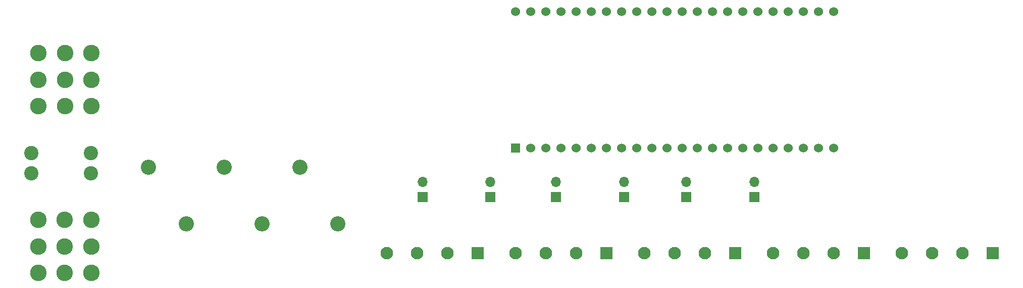
<source format=gbr>
%TF.GenerationSoftware,KiCad,Pcbnew,7.0.5*%
%TF.CreationDate,2023-07-11T20:53:32+10:00*%
%TF.ProjectId,BCM-ESP32-S3,42434d2d-4553-4503-9332-2d53332e6b69,rev?*%
%TF.SameCoordinates,Original*%
%TF.FileFunction,Soldermask,Bot*%
%TF.FilePolarity,Negative*%
%FSLAX46Y46*%
G04 Gerber Fmt 4.6, Leading zero omitted, Abs format (unit mm)*
G04 Created by KiCad (PCBNEW 7.0.5) date 2023-07-11 20:53:32*
%MOMM*%
%LPD*%
G01*
G04 APERTURE LIST*
%ADD10C,2.400000*%
%ADD11R,1.700000X1.700000*%
%ADD12O,1.700000X1.700000*%
%ADD13C,1.530000*%
%ADD14R,1.530000X1.530000*%
%ADD15C,2.550000*%
%ADD16C,2.775000*%
%ADD17R,2.100000X2.100000*%
%ADD18C,2.100000*%
G04 APERTURE END LIST*
D10*
%TO.C,U1*%
X21710000Y-129970000D03*
X21710000Y-126570000D03*
X31630000Y-129970000D03*
X31630000Y-126570000D03*
%TD*%
D11*
%TO.C,D8*%
X121052500Y-133985000D03*
D12*
X121052500Y-131445000D03*
%TD*%
D11*
%TO.C,D7*%
X109622500Y-133985000D03*
D12*
X109622500Y-131445000D03*
%TD*%
D11*
%TO.C,D6*%
X142875000Y-133985000D03*
D12*
X142875000Y-131445000D03*
%TD*%
D11*
%TO.C,D5*%
X98595000Y-133985000D03*
D12*
X98595000Y-131445000D03*
%TD*%
D11*
%TO.C,D3*%
X131445000Y-133985000D03*
D12*
X131445000Y-131445000D03*
%TD*%
%TO.C,D2*%
X87265000Y-131445000D03*
D11*
X87265000Y-133985000D03*
%TD*%
D13*
%TO.C,U2*%
X156210000Y-125730000D03*
X156210000Y-102870000D03*
X153670000Y-125730000D03*
X151130000Y-125730000D03*
X148590000Y-125730000D03*
X146050000Y-125730000D03*
X143510000Y-125730000D03*
X140970000Y-125730000D03*
X138430000Y-125730000D03*
X135890000Y-125730000D03*
X133350000Y-125730000D03*
X130810000Y-125730000D03*
X128270000Y-125730000D03*
X125730000Y-125730000D03*
X123190000Y-125730000D03*
X120650000Y-125730000D03*
X118110000Y-125730000D03*
X115570000Y-125730000D03*
X113030000Y-125730000D03*
X110490000Y-125730000D03*
X107950000Y-125730000D03*
X105410000Y-125730000D03*
D14*
X102870000Y-125730000D03*
D13*
X153670000Y-102870000D03*
X151130000Y-102870000D03*
X148590000Y-102870000D03*
X146050000Y-102870000D03*
X143510000Y-102870000D03*
X140970000Y-102870000D03*
X138430000Y-102870000D03*
X135890000Y-102870000D03*
X133350000Y-102870000D03*
X130810000Y-102870000D03*
X128270000Y-102870000D03*
X125730000Y-102870000D03*
X123190000Y-102870000D03*
X120650000Y-102870000D03*
X118110000Y-102870000D03*
X115570000Y-102870000D03*
X113030000Y-102870000D03*
X110490000Y-102870000D03*
X107950000Y-102870000D03*
X105410000Y-102870000D03*
X102870000Y-102870000D03*
%TD*%
D15*
%TO.C,J8*%
X73025000Y-138440000D03*
X66675000Y-128940000D03*
X60325000Y-138440000D03*
X53975000Y-128940000D03*
X47625000Y-138440000D03*
X41275000Y-128940000D03*
%TD*%
D16*
%TO.C,J3*%
X22870000Y-109865000D03*
X27305000Y-109865000D03*
X31740000Y-109865000D03*
X22870000Y-114300000D03*
X27305000Y-114300000D03*
X31740000Y-114300000D03*
X22870000Y-118735000D03*
X27305000Y-118735000D03*
X31740000Y-118735000D03*
%TD*%
%TO.C,J1*%
X22860000Y-137805000D03*
X27295000Y-137805000D03*
X31730000Y-137805000D03*
X22860000Y-142240000D03*
X27295000Y-142240000D03*
X31730000Y-142240000D03*
X22860000Y-146675000D03*
X27295000Y-146675000D03*
X31730000Y-146675000D03*
%TD*%
D17*
%TO.C,J7*%
X182880000Y-143335000D03*
D18*
X177800000Y-143335000D03*
X172720000Y-143335000D03*
X167640000Y-143335000D03*
%TD*%
D17*
%TO.C,J6*%
X161290000Y-143335000D03*
D18*
X156210000Y-143335000D03*
X151130000Y-143335000D03*
X146050000Y-143335000D03*
%TD*%
D17*
%TO.C,J5*%
X118110000Y-143335000D03*
D18*
X113030000Y-143335000D03*
X107950000Y-143335000D03*
X102870000Y-143335000D03*
%TD*%
D17*
%TO.C,J4*%
X96520000Y-143335000D03*
D18*
X91440000Y-143335000D03*
X86360000Y-143335000D03*
X81280000Y-143335000D03*
%TD*%
D17*
%TO.C,J2*%
X139700000Y-143335000D03*
D18*
X134620000Y-143335000D03*
X129540000Y-143335000D03*
X124460000Y-143335000D03*
%TD*%
M02*

</source>
